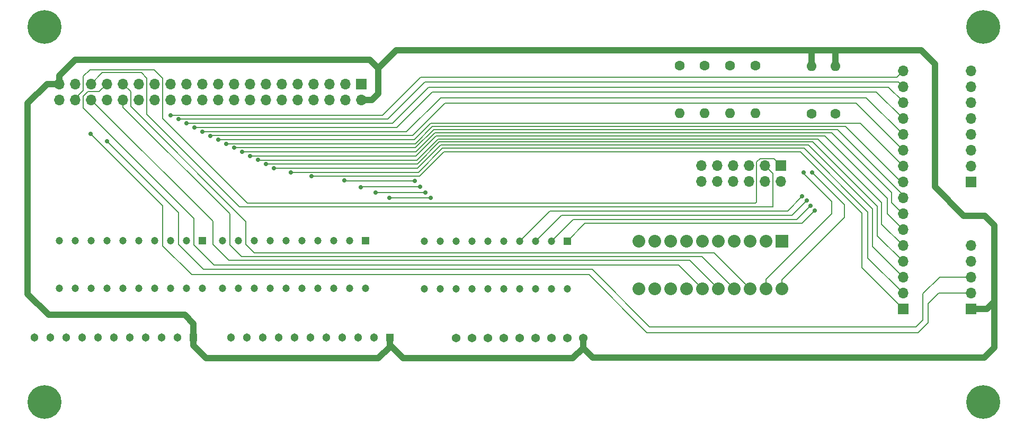
<source format=gbr>
%TF.GenerationSoftware,KiCad,Pcbnew,8.0.6*%
%TF.CreationDate,2024-12-15T17:57:45+01:00*%
%TF.ProjectId,debugboard,64656275-6762-46f6-9172-642e6b696361,rev?*%
%TF.SameCoordinates,Original*%
%TF.FileFunction,Copper,L2,Bot*%
%TF.FilePolarity,Positive*%
%FSLAX46Y46*%
G04 Gerber Fmt 4.6, Leading zero omitted, Abs format (unit mm)*
G04 Created by KiCad (PCBNEW 8.0.6) date 2024-12-15 17:57:45*
%MOMM*%
%LPD*%
G01*
G04 APERTURE LIST*
%TA.AperFunction,ComponentPad*%
%ADD10C,3.100000*%
%TD*%
%TA.AperFunction,ConnectorPad*%
%ADD11C,5.400000*%
%TD*%
%TA.AperFunction,ComponentPad*%
%ADD12R,1.303000X1.303000*%
%TD*%
%TA.AperFunction,ComponentPad*%
%ADD13C,1.303000*%
%TD*%
%TA.AperFunction,ComponentPad*%
%ADD14C,1.365000*%
%TD*%
%TA.AperFunction,ComponentPad*%
%ADD15R,1.700000X1.700000*%
%TD*%
%TA.AperFunction,ComponentPad*%
%ADD16O,1.700000X1.700000*%
%TD*%
%TA.AperFunction,ComponentPad*%
%ADD17R,1.200000X1.200000*%
%TD*%
%TA.AperFunction,ComponentPad*%
%ADD18C,1.200000*%
%TD*%
%TA.AperFunction,ComponentPad*%
%ADD19C,1.600000*%
%TD*%
%TA.AperFunction,ComponentPad*%
%ADD20O,1.600000X1.600000*%
%TD*%
%TA.AperFunction,ComponentPad*%
%ADD21R,2.032000X2.032000*%
%TD*%
%TA.AperFunction,ComponentPad*%
%ADD22C,2.032000*%
%TD*%
%TA.AperFunction,ViaPad*%
%ADD23C,0.700000*%
%TD*%
%TA.AperFunction,Conductor*%
%ADD24C,1.000000*%
%TD*%
%TA.AperFunction,Conductor*%
%ADD25C,0.200000*%
%TD*%
G04 APERTURE END LIST*
D10*
%TO.P,hole1,1*%
%TO.N,N/C*%
X193900000Y-41000000D03*
D11*
X193900000Y-41000000D03*
%TD*%
D10*
%TO.P,hole1,1*%
%TO.N,N/C*%
X43900000Y-41000000D03*
D11*
X43900000Y-41000000D03*
%TD*%
D10*
%TO.P,hole1,1*%
%TO.N,N/C*%
X43900000Y-101000000D03*
D11*
X43900000Y-101000000D03*
%TD*%
D10*
%TO.P,hole1,1*%
%TO.N,N/C*%
X193900000Y-101000000D03*
D11*
X193900000Y-101000000D03*
%TD*%
D12*
%TO.P,RN3,1,1*%
%TO.N,GND*%
X67720000Y-90700000D03*
D13*
%TO.P,RN3,2,2*%
%TO.N,Net-(DS3-CATHODE_A)*%
X65180000Y-90700000D03*
%TO.P,RN3,3,3*%
%TO.N,Net-(DS3-CATHODE_B)*%
X62640000Y-90700000D03*
%TO.P,RN3,4,4*%
%TO.N,Net-(DS3-CATHODE_C)*%
X60100000Y-90700000D03*
%TO.P,RN3,5,5*%
%TO.N,Net-(DS3-CATHODE_D)*%
X57560000Y-90700000D03*
%TO.P,RN3,6,6*%
%TO.N,Net-(DS3-CATHODE_E)*%
X55020000Y-90700000D03*
%TO.P,RN3,7,7*%
%TO.N,Net-(DS3-CATHODE_F)*%
X52480000Y-90700000D03*
%TO.P,RN3,8,8*%
%TO.N,Net-(DS3-CATHODE_G)*%
X49940000Y-90700000D03*
%TO.P,RN3,9,9*%
%TO.N,Net-(DS3-CATHODE_H)*%
X47400000Y-90700000D03*
%TO.P,RN3,10,10*%
%TO.N,Net-(DS3-CATHODE_J)*%
X44860000Y-90700000D03*
%TO.P,RN3,11,11*%
%TO.N,Net-(DS3-CATHODE_K)*%
X42320000Y-90700000D03*
%TD*%
D12*
%TO.P,RN2,1,1*%
%TO.N,GND*%
X99100000Y-90700000D03*
D13*
%TO.P,RN2,2,2*%
%TO.N,Net-(DS2-CATHODE_A)*%
X96560000Y-90700000D03*
%TO.P,RN2,3,3*%
%TO.N,Net-(DS2-CATHODE_B)*%
X94020000Y-90700000D03*
%TO.P,RN2,4,4*%
%TO.N,Net-(DS2-CATHODE_C)*%
X91480000Y-90700000D03*
%TO.P,RN2,5,5*%
%TO.N,Net-(DS2-CATHODE_D)*%
X88940000Y-90700000D03*
%TO.P,RN2,6,6*%
%TO.N,Net-(DS2-CATHODE_E)*%
X86400000Y-90700000D03*
%TO.P,RN2,7,7*%
%TO.N,Net-(DS2-CATHODE_F)*%
X83860000Y-90700000D03*
%TO.P,RN2,8,8*%
%TO.N,Net-(DS2-CATHODE_G)*%
X81320000Y-90700000D03*
%TO.P,RN2,9,9*%
%TO.N,Net-(DS2-CATHODE_H)*%
X78780000Y-90700000D03*
%TO.P,RN2,10,10*%
%TO.N,Net-(DS2-CATHODE_J)*%
X76240000Y-90700000D03*
%TO.P,RN2,11,11*%
%TO.N,Net-(DS2-CATHODE_K)*%
X73700000Y-90700000D03*
%TD*%
D14*
%TO.P,RN1,1,1*%
%TO.N,GND*%
X129980000Y-90800000D03*
%TO.P,RN1,2,2*%
%TO.N,Net-(DS1-CATHODE_A)*%
X127440000Y-90800000D03*
%TO.P,RN1,3,3*%
%TO.N,Net-(DS1-CATHODE_B)*%
X124900000Y-90800000D03*
%TO.P,RN1,4,4*%
%TO.N,Net-(DS1-CATHODE_C)*%
X122360000Y-90800000D03*
%TO.P,RN1,5,5*%
%TO.N,Net-(DS1-CATHODE_D)*%
X119820000Y-90800000D03*
%TO.P,RN1,6,6*%
%TO.N,Net-(DS1-CATHODE_E)*%
X117280000Y-90800000D03*
%TO.P,RN1,7,7*%
%TO.N,Net-(DS1-CATHODE_F)*%
X114740000Y-90800000D03*
%TO.P,RN1,8,8*%
%TO.N,Net-(DS1-CATHODE_G)*%
X112200000Y-90800000D03*
%TO.P,RN1,9,9*%
%TO.N,Net-(DS1-CATHODE_H)*%
X109660000Y-90800000D03*
%TD*%
D15*
%TO.P,J4,1,Pin_1*%
%TO.N,GND*%
X192000000Y-86120000D03*
D16*
%TO.P,J4,2,Pin_2*%
%TO.N,BE*%
X192000000Y-83580000D03*
%TO.P,J4,3,Pin_3*%
%TO.N,RDY*%
X192000000Y-81040000D03*
%TO.P,J4,4,Pin_4*%
%TO.N,SYNC*%
X192000000Y-78500000D03*
%TO.P,J4,5,Pin_5*%
%TO.N,CLK*%
X192000000Y-75960000D03*
%TD*%
D17*
%TO.P,DS3,1,ANODE_A*%
%TO.N,/A10*%
X69130000Y-75190000D03*
D18*
%TO.P,DS3,2,ANODE_B*%
%TO.N,/A11*%
X66590000Y-75190000D03*
%TO.P,DS3,3,ANODE_C*%
%TO.N,/A12*%
X64050000Y-75190000D03*
%TO.P,DS3,4,ANODE_D*%
%TO.N,/A13*%
X61510000Y-75190000D03*
%TO.P,DS3,5,ANODE_E*%
%TO.N,/A14*%
X58970000Y-75190000D03*
%TO.P,DS3,6,ANODE_F*%
%TO.N,/A15*%
X56430000Y-75190000D03*
%TO.P,DS3,7,ANODE_G*%
%TO.N,unconnected-(DS3-ANODE_G-Pad7)*%
X53890000Y-75190000D03*
%TO.P,DS3,8,ANODE_H*%
%TO.N,unconnected-(DS3-ANODE_H-Pad8)*%
X51350000Y-75190000D03*
%TO.P,DS3,9,ANODE_J*%
%TO.N,unconnected-(DS3-ANODE_J-Pad9)*%
X48810000Y-75190000D03*
%TO.P,DS3,10,ANODE_K*%
%TO.N,unconnected-(DS3-ANODE_K-Pad10)*%
X46270000Y-75190000D03*
%TO.P,DS3,11,CATHODE_K*%
%TO.N,Net-(DS3-CATHODE_K)*%
X46270000Y-82810000D03*
%TO.P,DS3,12,CATHODE_J*%
%TO.N,Net-(DS3-CATHODE_J)*%
X48810000Y-82810000D03*
%TO.P,DS3,13,CATHODE_H*%
%TO.N,Net-(DS3-CATHODE_H)*%
X51350000Y-82810000D03*
%TO.P,DS3,14,CATHODE_G*%
%TO.N,Net-(DS3-CATHODE_G)*%
X53890000Y-82810000D03*
%TO.P,DS3,15,CATHODE_F*%
%TO.N,Net-(DS3-CATHODE_F)*%
X56430000Y-82810000D03*
%TO.P,DS3,16,CATHODE_E*%
%TO.N,Net-(DS3-CATHODE_E)*%
X58970000Y-82810000D03*
%TO.P,DS3,17,CATHODE_D*%
%TO.N,Net-(DS3-CATHODE_D)*%
X61510000Y-82810000D03*
%TO.P,DS3,18,CATHODE_C*%
%TO.N,Net-(DS3-CATHODE_C)*%
X64050000Y-82810000D03*
%TO.P,DS3,19,CATHODE_B*%
%TO.N,Net-(DS3-CATHODE_B)*%
X66590000Y-82810000D03*
%TO.P,DS3,20,CATHODE_A*%
%TO.N,Net-(DS3-CATHODE_A)*%
X69130000Y-82810000D03*
%TD*%
D17*
%TO.P,DS2,1,ANODE_A*%
%TO.N,/A0*%
X95180000Y-75200000D03*
D18*
%TO.P,DS2,2,ANODE_B*%
%TO.N,/A1*%
X92640000Y-75200000D03*
%TO.P,DS2,3,ANODE_C*%
%TO.N,/A2*%
X90100000Y-75200000D03*
%TO.P,DS2,4,ANODE_D*%
%TO.N,/A3*%
X87560000Y-75200000D03*
%TO.P,DS2,5,ANODE_E*%
%TO.N,/A4*%
X85020000Y-75200000D03*
%TO.P,DS2,6,ANODE_F*%
%TO.N,/A5*%
X82480000Y-75200000D03*
%TO.P,DS2,7,ANODE_G*%
%TO.N,/A6*%
X79940000Y-75200000D03*
%TO.P,DS2,8,ANODE_H*%
%TO.N,/A7*%
X77400000Y-75200000D03*
%TO.P,DS2,9,ANODE_J*%
%TO.N,/A8*%
X74860000Y-75200000D03*
%TO.P,DS2,10,ANODE_K*%
%TO.N,/A9*%
X72320000Y-75200000D03*
%TO.P,DS2,11,CATHODE_K*%
%TO.N,Net-(DS2-CATHODE_K)*%
X72320000Y-82820000D03*
%TO.P,DS2,12,CATHODE_J*%
%TO.N,Net-(DS2-CATHODE_J)*%
X74860000Y-82820000D03*
%TO.P,DS2,13,CATHODE_H*%
%TO.N,Net-(DS2-CATHODE_H)*%
X77400000Y-82820000D03*
%TO.P,DS2,14,CATHODE_G*%
%TO.N,Net-(DS2-CATHODE_G)*%
X79940000Y-82820000D03*
%TO.P,DS2,15,CATHODE_F*%
%TO.N,Net-(DS2-CATHODE_F)*%
X82480000Y-82820000D03*
%TO.P,DS2,16,CATHODE_E*%
%TO.N,Net-(DS2-CATHODE_E)*%
X85020000Y-82820000D03*
%TO.P,DS2,17,CATHODE_D*%
%TO.N,Net-(DS2-CATHODE_D)*%
X87560000Y-82820000D03*
%TO.P,DS2,18,CATHODE_C*%
%TO.N,Net-(DS2-CATHODE_C)*%
X90100000Y-82820000D03*
%TO.P,DS2,19,CATHODE_B*%
%TO.N,Net-(DS2-CATHODE_B)*%
X92640000Y-82820000D03*
%TO.P,DS2,20,CATHODE_A*%
%TO.N,Net-(DS2-CATHODE_A)*%
X95180000Y-82820000D03*
%TD*%
D17*
%TO.P,DS1,1,ANODE_A*%
%TO.N,/D0*%
X127430000Y-75290000D03*
D18*
%TO.P,DS1,2,ANODE_B*%
%TO.N,/D1*%
X124890000Y-75290000D03*
%TO.P,DS1,3,ANODE_C*%
%TO.N,/D2*%
X122350000Y-75290000D03*
%TO.P,DS1,4,ANODE_D*%
%TO.N,/D3*%
X119810000Y-75290000D03*
%TO.P,DS1,5,ANODE_E*%
%TO.N,/D4*%
X117270000Y-75290000D03*
%TO.P,DS1,6,ANODE_F*%
%TO.N,/D5*%
X114730000Y-75290000D03*
%TO.P,DS1,7,ANODE_G*%
%TO.N,/D6*%
X112190000Y-75290000D03*
%TO.P,DS1,8,ANODE_H*%
%TO.N,/D7*%
X109650000Y-75290000D03*
%TO.P,DS1,9,ANODE_J*%
%TO.N,unconnected-(DS1-ANODE_J-Pad9)*%
X107110000Y-75290000D03*
%TO.P,DS1,10,ANODE_K*%
%TO.N,unconnected-(DS1-ANODE_K-Pad10)*%
X104570000Y-75290000D03*
%TO.P,DS1,11,CATHODE_K*%
%TO.N,unconnected-(DS1-CATHODE_K-Pad11)*%
X104570000Y-82910000D03*
%TO.P,DS1,12,CATHODE_J*%
%TO.N,unconnected-(DS1-CATHODE_J-Pad12)*%
X107110000Y-82910000D03*
%TO.P,DS1,13,CATHODE_H*%
%TO.N,Net-(DS1-CATHODE_H)*%
X109650000Y-82910000D03*
%TO.P,DS1,14,CATHODE_G*%
%TO.N,Net-(DS1-CATHODE_G)*%
X112190000Y-82910000D03*
%TO.P,DS1,15,CATHODE_F*%
%TO.N,Net-(DS1-CATHODE_F)*%
X114730000Y-82910000D03*
%TO.P,DS1,16,CATHODE_E*%
%TO.N,Net-(DS1-CATHODE_E)*%
X117270000Y-82910000D03*
%TO.P,DS1,17,CATHODE_D*%
%TO.N,Net-(DS1-CATHODE_D)*%
X119810000Y-82910000D03*
%TO.P,DS1,18,CATHODE_C*%
%TO.N,Net-(DS1-CATHODE_C)*%
X122350000Y-82910000D03*
%TO.P,DS1,19,CATHODE_B*%
%TO.N,Net-(DS1-CATHODE_B)*%
X124890000Y-82910000D03*
%TO.P,DS1,20,CATHODE_A*%
%TO.N,Net-(DS1-CATHODE_A)*%
X127430000Y-82910000D03*
%TD*%
D16*
%TO.P,J5,12,Pin_12*%
%TO.N,Net-(J5-Pin_12)*%
X148897500Y-65722500D03*
%TO.P,J5,11,Pin_11*%
%TO.N,Net-(J5-Pin_11)*%
X148897500Y-63182500D03*
%TO.P,J5,10,Pin_10*%
%TO.N,Net-(J5-Pin_10)*%
X151437500Y-65722500D03*
%TO.P,J5,9,Pin_9*%
%TO.N,Net-(J5-Pin_9)*%
X151437500Y-63182500D03*
%TO.P,J5,8,Pin_8*%
%TO.N,Net-(J5-Pin_8)*%
X153977500Y-65722500D03*
%TO.P,J5,7,Pin_7*%
%TO.N,Net-(J5-Pin_7)*%
X153977500Y-63182500D03*
%TO.P,J5,6,Pin_6*%
%TO.N,Net-(J5-Pin_6)*%
X156517500Y-65722500D03*
%TO.P,J5,5,Pin_5*%
%TO.N,Net-(J5-Pin_5)*%
X156517500Y-63182500D03*
%TO.P,J5,4,Pin_4*%
%TO.N,Net-(J5-Pin_4)*%
X159057500Y-65722500D03*
%TO.P,J5,3,Pin_3*%
%TO.N,SYNC*%
X159057500Y-63182500D03*
%TO.P,J5,2,Pin_2*%
%TO.N,Net-(J5-Pin_2)*%
X161597500Y-65722500D03*
D15*
%TO.P,J5,1,Pin_1*%
%TO.N,CLK*%
X161597500Y-63182500D03*
%TD*%
D19*
%TO.P,R6,1*%
%TO.N,VDD*%
X145367500Y-47172500D03*
D20*
%TO.P,R6,2*%
%TO.N,Net-(J5-Pin_11)*%
X145367500Y-54792500D03*
%TD*%
D19*
%TO.P,R5,1*%
%TO.N,VDD*%
X149417500Y-47172500D03*
D20*
%TO.P,R5,2*%
%TO.N,Net-(J5-Pin_9)*%
X149417500Y-54792500D03*
%TD*%
D19*
%TO.P,R4,1*%
%TO.N,VDD*%
X153467500Y-47172500D03*
D20*
%TO.P,R4,2*%
%TO.N,Net-(J5-Pin_7)*%
X153467500Y-54792500D03*
%TD*%
D19*
%TO.P,R3,1*%
%TO.N,VDD*%
X157517500Y-47172500D03*
D20*
%TO.P,R3,2*%
%TO.N,Net-(J5-Pin_5)*%
X157517500Y-54792500D03*
%TD*%
%TO.P,R2,2*%
%TO.N,GND*%
X166517500Y-47272500D03*
D19*
%TO.P,R2,1*%
%TO.N,Net-(BAR1-K-Pad19)*%
X166517500Y-54892500D03*
%TD*%
D20*
%TO.P,R1,2*%
%TO.N,GND*%
X170317500Y-47272500D03*
D19*
%TO.P,R1,1*%
%TO.N,Net-(BAR1-K-Pad20)*%
X170317500Y-54892500D03*
%TD*%
D21*
%TO.P,BAR1,1,A*%
%TO.N,Net-(J5-Pin_2)*%
X161740000Y-75280000D03*
D22*
%TO.P,BAR1,2,A*%
%TO.N,Net-(J5-Pin_4)*%
X159200000Y-75280000D03*
%TO.P,BAR1,3,A*%
%TO.N,Net-(J5-Pin_6)*%
X156660000Y-75280000D03*
%TO.P,BAR1,4,A*%
%TO.N,Net-(J5-Pin_8)*%
X154120000Y-75280000D03*
%TO.P,BAR1,5,A*%
%TO.N,Net-(J5-Pin_10)*%
X151580000Y-75280000D03*
%TO.P,BAR1,6,A*%
%TO.N,Net-(J5-Pin_12)*%
X149040000Y-75280000D03*
%TO.P,BAR1,7,A*%
%TO.N,unconnected-(BAR1-A-Pad7)*%
X146500000Y-75280000D03*
%TO.P,BAR1,8,A*%
%TO.N,unconnected-(BAR1-A-Pad8)*%
X143960000Y-75280000D03*
%TO.P,BAR1,9,A*%
%TO.N,unconnected-(BAR1-A-Pad9)*%
X141420000Y-75280000D03*
%TO.P,BAR1,10,A*%
%TO.N,unconnected-(BAR1-A-Pad10)*%
X138880000Y-75280000D03*
%TO.P,BAR1,11,K*%
%TO.N,unconnected-(BAR1-K-Pad11)*%
X138880000Y-82900000D03*
%TO.P,BAR1,12,K*%
%TO.N,unconnected-(BAR1-K-Pad12)*%
X141420000Y-82900000D03*
%TO.P,BAR1,13,K*%
%TO.N,unconnected-(BAR1-K-Pad13)*%
X143960000Y-82900000D03*
%TO.P,BAR1,14,K*%
%TO.N,unconnected-(BAR1-K-Pad14)*%
X146500000Y-82900000D03*
%TO.P,BAR1,15,K*%
%TO.N,RESB*%
X149040000Y-82900000D03*
%TO.P,BAR1,16,K*%
%TO.N,BE*%
X151580000Y-82900000D03*
%TO.P,BAR1,17,K*%
%TO.N,~{NMI}*%
X154120000Y-82900000D03*
%TO.P,BAR1,18,K*%
%TO.N,~{IRQ}*%
X156660000Y-82900000D03*
%TO.P,BAR1,19,K*%
%TO.N,Net-(BAR1-K-Pad19)*%
X159200000Y-82900000D03*
%TO.P,BAR1,20,K*%
%TO.N,Net-(BAR1-K-Pad20)*%
X161740000Y-82900000D03*
%TD*%
D16*
%TO.P,J3,8,Pin_8*%
%TO.N,/D7*%
X192000000Y-48040000D03*
%TO.P,J3,7,Pin_7*%
%TO.N,/D6*%
X192000000Y-50580000D03*
%TO.P,J3,6,Pin_6*%
%TO.N,/D5*%
X192000000Y-53120000D03*
%TO.P,J3,5,Pin_5*%
%TO.N,/D4*%
X192000000Y-55660000D03*
%TO.P,J3,4,Pin_4*%
%TO.N,/D3*%
X192000000Y-58200000D03*
%TO.P,J3,3,Pin_3*%
%TO.N,/D2*%
X192000000Y-60740000D03*
%TO.P,J3,2,Pin_2*%
%TO.N,/D1*%
X192000000Y-63280000D03*
D15*
%TO.P,J3,1,Pin_1*%
%TO.N,/D0*%
X192000000Y-65820000D03*
%TD*%
%TO.P,J2,1,Pin_1*%
%TO.N,/A0*%
X181100000Y-86120000D03*
D16*
%TO.P,J2,2,Pin_2*%
%TO.N,/A1*%
X181100000Y-83580000D03*
%TO.P,J2,3,Pin_3*%
%TO.N,/A2*%
X181100000Y-81040000D03*
%TO.P,J2,4,Pin_4*%
%TO.N,/A3*%
X181100000Y-78500000D03*
%TO.P,J2,5,Pin_5*%
%TO.N,/A4*%
X181100000Y-75960000D03*
%TO.P,J2,6,Pin_6*%
%TO.N,/A5*%
X181100000Y-73420000D03*
%TO.P,J2,7,Pin_7*%
%TO.N,/A6*%
X181100000Y-70880000D03*
%TO.P,J2,8,Pin_8*%
%TO.N,/A7*%
X181100000Y-68340000D03*
%TO.P,J2,9,Pin_9*%
%TO.N,/A8*%
X181100000Y-65800000D03*
%TO.P,J2,10,Pin_10*%
%TO.N,/A9*%
X181100000Y-63260000D03*
%TO.P,J2,11,Pin_11*%
%TO.N,/A10*%
X181100000Y-60720000D03*
%TO.P,J2,12,Pin_12*%
%TO.N,/A11*%
X181100000Y-58180000D03*
%TO.P,J2,13,Pin_13*%
%TO.N,/A12*%
X181100000Y-55640000D03*
%TO.P,J2,14,Pin_14*%
%TO.N,/A13*%
X181100000Y-53100000D03*
%TO.P,J2,15,Pin_15*%
%TO.N,/A14*%
X181100000Y-50560000D03*
%TO.P,J2,16,Pin_16*%
%TO.N,/A15*%
X181100000Y-48020000D03*
%TD*%
D15*
%TO.P,J1,1,Pin_1*%
%TO.N,VDD*%
X94540000Y-50100000D03*
D16*
%TO.P,J1,2,Pin_2*%
%TO.N,GND*%
X94540000Y-52640000D03*
%TO.P,J1,3,Pin_3*%
%TO.N,/D0*%
X92000000Y-50100000D03*
%TO.P,J1,4,Pin_4*%
%TO.N,/D1*%
X92000000Y-52640000D03*
%TO.P,J1,5,Pin_5*%
%TO.N,/D2*%
X89460000Y-50100000D03*
%TO.P,J1,6,Pin_6*%
%TO.N,/D3*%
X89460000Y-52640000D03*
%TO.P,J1,7,Pin_7*%
%TO.N,/D4*%
X86920000Y-50100000D03*
%TO.P,J1,8,Pin_8*%
%TO.N,/D5*%
X86920000Y-52640000D03*
%TO.P,J1,9,Pin_9*%
%TO.N,/D6*%
X84380000Y-50100000D03*
%TO.P,J1,10,Pin_10*%
%TO.N,/D7*%
X84380000Y-52640000D03*
%TO.P,J1,11,Pin_11*%
%TO.N,/A0*%
X81840000Y-50100000D03*
%TO.P,J1,12,Pin_12*%
%TO.N,/A1*%
X81840000Y-52640000D03*
%TO.P,J1,13,Pin_13*%
%TO.N,/A2*%
X79300000Y-50100000D03*
%TO.P,J1,14,Pin_14*%
%TO.N,/A3*%
X79300000Y-52640000D03*
%TO.P,J1,15,Pin_15*%
%TO.N,/A4*%
X76760000Y-50100000D03*
%TO.P,J1,16,Pin_16*%
%TO.N,/A5*%
X76760000Y-52640000D03*
%TO.P,J1,17,Pin_17*%
%TO.N,/A6*%
X74220000Y-50100000D03*
%TO.P,J1,18,Pin_18*%
%TO.N,/A7*%
X74220000Y-52640000D03*
%TO.P,J1,19,Pin_19*%
%TO.N,/A8*%
X71680000Y-50100000D03*
%TO.P,J1,20,Pin_20*%
%TO.N,/A9*%
X71680000Y-52640000D03*
%TO.P,J1,21,Pin_21*%
%TO.N,/A10*%
X69140000Y-50100000D03*
%TO.P,J1,22,Pin_22*%
%TO.N,/A11*%
X69140000Y-52640000D03*
%TO.P,J1,23,Pin_23*%
%TO.N,/A12*%
X66600000Y-50100000D03*
%TO.P,J1,24,Pin_24*%
%TO.N,/A13*%
X66600000Y-52640000D03*
%TO.P,J1,25,Pin_25*%
%TO.N,/A14*%
X64060000Y-50100000D03*
%TO.P,J1,26,Pin_26*%
%TO.N,/A15*%
X64060000Y-52640000D03*
%TO.P,J1,27,Pin_27*%
%TO.N,CSIO1*%
X61520000Y-50100000D03*
%TO.P,J1,28,Pin_28*%
%TO.N,CSIO2*%
X61520000Y-52640000D03*
%TO.P,J1,29,Pin_29*%
%TO.N,CSIO3*%
X58980000Y-50100000D03*
%TO.P,J1,30,Pin_30*%
%TO.N,CSIO4*%
X58980000Y-52640000D03*
%TO.P,J1,31,Pin_31*%
%TO.N,~{IRQ}*%
X56440000Y-50100000D03*
%TO.P,J1,32,Pin_32*%
%TO.N,~{NMI}*%
X56440000Y-52640000D03*
%TO.P,J1,33,Pin_33*%
%TO.N,RESB*%
X53900000Y-50100000D03*
%TO.P,J1,34,Pin_34*%
%TO.N,RDY*%
X53900000Y-52640000D03*
%TO.P,J1,35,Pin_35*%
%TO.N,SYNC*%
X51360000Y-50100000D03*
%TO.P,J1,36,Pin_36*%
%TO.N,BE*%
X51360000Y-52640000D03*
%TO.P,J1,37,Pin_37*%
%TO.N,CSIO5*%
X48820000Y-50100000D03*
%TO.P,J1,38,Pin_38*%
%TO.N,CLK*%
X48820000Y-52640000D03*
%TO.P,J1,39,Pin_39*%
%TO.N,GND*%
X46280000Y-50100000D03*
%TO.P,J1,40,Pin_40*%
%TO.N,VDD*%
X46280000Y-52640000D03*
%TD*%
D23*
%TO.N,BE*%
X51300000Y-58100000D03*
%TO.N,RDY*%
X53900000Y-59300000D03*
%TO.N,Net-(BAR1-K-Pad19)*%
X165200000Y-64300000D03*
%TO.N,Net-(BAR1-K-Pad20)*%
X166600000Y-64300000D03*
%TO.N,/D0*%
X167000000Y-70400000D03*
%TO.N,/D1*%
X166300000Y-69600000D03*
%TO.N,/D2*%
X165700000Y-68800000D03*
%TO.N,/D3*%
X165000000Y-68100000D03*
%TO.N,/D4*%
X99000000Y-68300000D03*
X105600000Y-68300000D03*
%TO.N,/D5*%
X96800000Y-67500000D03*
X104800000Y-67500000D03*
%TO.N,/D6*%
X94450000Y-66650000D03*
X103900000Y-66600000D03*
%TO.N,/D7*%
X91850000Y-65550000D03*
X103100000Y-65600000D03*
%TO.N,/A0*%
X86570000Y-64890000D03*
%TO.N,/A1*%
X83260000Y-64240000D03*
%TO.N,/A2*%
X80570000Y-63590000D03*
%TO.N,/A3*%
X79300000Y-62940000D03*
%TO.N,/A4*%
X78040000Y-62280000D03*
%TO.N,/A5*%
X76760000Y-61630000D03*
%TO.N,/A6*%
X75500000Y-60980000D03*
%TO.N,/A7*%
X74220000Y-60330000D03*
%TO.N,/A8*%
X72920000Y-59680000D03*
%TO.N,/A9*%
X71700000Y-59030000D03*
%TO.N,/A10*%
X70430000Y-58390000D03*
%TO.N,/A11*%
X69140000Y-57720000D03*
%TO.N,/A12*%
X67880000Y-57050000D03*
%TO.N,/A15*%
X64060000Y-55100000D03*
%TO.N,/A13*%
X66600000Y-56380000D03*
%TO.N,/A14*%
X65310000Y-55750000D03*
%TD*%
D24*
%TO.N,GND*%
X195700000Y-92300000D02*
X195700000Y-84900000D01*
X131500000Y-93900000D02*
X194100000Y-93900000D01*
X129980000Y-92360000D02*
X129980000Y-92380000D01*
X129980000Y-92380000D02*
X131500000Y-93900000D01*
X194100000Y-93900000D02*
X195700000Y-92300000D01*
D25*
%TO.N,BE*%
X186820000Y-83580000D02*
X192000000Y-83580000D01*
X185100000Y-85300000D02*
X186820000Y-83580000D01*
X183500000Y-89900000D02*
X185100000Y-88300000D01*
X140200000Y-89900000D02*
X183500000Y-89900000D01*
X185100000Y-88300000D02*
X185100000Y-85300000D01*
X130900000Y-80600000D02*
X140200000Y-89900000D01*
X67400000Y-80600000D02*
X130900000Y-80600000D01*
X62800000Y-69600000D02*
X62800000Y-76000000D01*
X62800000Y-76000000D02*
X67400000Y-80600000D01*
X51300000Y-58100000D02*
X62800000Y-69600000D01*
%TO.N,RDY*%
X184300000Y-87900000D02*
X184300000Y-83700000D01*
X140600000Y-89000000D02*
X183200000Y-89000000D01*
X184300000Y-83700000D02*
X186960000Y-81040000D01*
X131400000Y-79800000D02*
X140600000Y-89000000D01*
X65300000Y-75800000D02*
X69300000Y-79800000D01*
X65300000Y-70700000D02*
X65300000Y-75800000D01*
X183200000Y-89000000D02*
X184300000Y-87900000D01*
X186960000Y-81040000D02*
X192000000Y-81040000D01*
X53900000Y-59300000D02*
X65300000Y-70700000D01*
X69300000Y-79800000D02*
X131400000Y-79800000D01*
%TO.N,~{IRQ}*%
X57680000Y-51340000D02*
X56440000Y-50100000D01*
X57680000Y-53710000D02*
X57680000Y-51340000D01*
X77460000Y-77160000D02*
X76100000Y-75800000D01*
X76100000Y-75800000D02*
X76100000Y-72130000D01*
X150920000Y-77160000D02*
X77460000Y-77160000D01*
X76100000Y-72130000D02*
X57680000Y-53710000D01*
X156660000Y-82900000D02*
X150920000Y-77160000D01*
%TO.N,~{NMI}*%
X56440000Y-53842081D02*
X56440000Y-52640000D01*
X73500000Y-75852793D02*
X73500000Y-70902081D01*
X75407207Y-77760000D02*
X73500000Y-75852793D01*
X148980000Y-77760000D02*
X75407207Y-77760000D01*
X73500000Y-70902081D02*
X56440000Y-53842081D01*
X154120000Y-82900000D02*
X148980000Y-77760000D01*
%TO.N,BE*%
X70780000Y-75780000D02*
X70780000Y-72060000D01*
X70780000Y-72060000D02*
X51360000Y-52640000D01*
X73360000Y-78360000D02*
X70780000Y-75780000D01*
X147040000Y-78360000D02*
X73360000Y-78360000D01*
X151580000Y-82900000D02*
X147040000Y-78360000D01*
%TO.N,RESB*%
X52650000Y-51350000D02*
X53900000Y-50100000D01*
X50110000Y-52080000D02*
X50840000Y-51350000D01*
X50110000Y-53920000D02*
X50110000Y-52080000D01*
X50840000Y-51350000D02*
X52650000Y-51350000D01*
X67800000Y-71610000D02*
X50110000Y-53920000D01*
X71027207Y-79100000D02*
X67800000Y-75872793D01*
X145240000Y-79100000D02*
X71027207Y-79100000D01*
X67800000Y-75872793D02*
X67800000Y-71610000D01*
X149040000Y-82900000D02*
X145240000Y-79100000D01*
D24*
%TO.N,GND*%
X194480000Y-86120000D02*
X192000000Y-86120000D01*
X195700000Y-84900000D02*
X194480000Y-86120000D01*
X195700000Y-72700000D02*
X195700000Y-84900000D01*
X194200000Y-71200000D02*
X195700000Y-72700000D01*
X186200000Y-66600000D02*
X190800000Y-71200000D01*
X184000000Y-44700000D02*
X186200000Y-46900000D01*
X186200000Y-46900000D02*
X186200000Y-66600000D01*
X169400000Y-44700000D02*
X184000000Y-44700000D01*
X190800000Y-71200000D02*
X194200000Y-71200000D01*
D25*
%TO.N,Net-(BAR1-K-Pad19)*%
X169700000Y-68900000D02*
X165200000Y-64400000D01*
X159200000Y-81400000D02*
X169700000Y-70900000D01*
X169700000Y-70900000D02*
X169700000Y-68900000D01*
X165200000Y-64400000D02*
X165200000Y-64300000D01*
X159200000Y-82900000D02*
X159200000Y-81400000D01*
%TO.N,Net-(BAR1-K-Pad20)*%
X171700000Y-71500000D02*
X161740000Y-81460000D01*
X171700000Y-69400000D02*
X171700000Y-71500000D01*
X166600000Y-64300000D02*
X171700000Y-69400000D01*
X161740000Y-81460000D02*
X161740000Y-82900000D01*
D24*
%TO.N,GND*%
X170000000Y-44700000D02*
X169400000Y-44700000D01*
X169400000Y-44700000D02*
X166500000Y-44700000D01*
X166517500Y-44717500D02*
X166500000Y-44700000D01*
X166517500Y-47272500D02*
X166517500Y-44717500D01*
X166500000Y-44700000D02*
X100120000Y-44700000D01*
X100120000Y-44700000D02*
X97200000Y-47620000D01*
X170317500Y-45017500D02*
X170000000Y-44700000D01*
X170317500Y-47272500D02*
X170317500Y-45017500D01*
D25*
%TO.N,/D4*%
X99000000Y-68300000D02*
X105600000Y-68300000D01*
%TO.N,/D5*%
X96800000Y-67500000D02*
X104800000Y-67500000D01*
%TO.N,/D6*%
X94500000Y-66600000D02*
X103900000Y-66600000D01*
X94450000Y-66650000D02*
X94500000Y-66600000D01*
%TO.N,/D7*%
X91900000Y-65600000D02*
X103100000Y-65600000D01*
X91850000Y-65550000D02*
X91900000Y-65600000D01*
%TO.N,/A0*%
X174500000Y-70800000D02*
X174500000Y-79520000D01*
X107700000Y-61000000D02*
X164700000Y-61000000D01*
X103810000Y-64890000D02*
X107700000Y-61000000D01*
X174500000Y-79520000D02*
X181100000Y-86120000D01*
X86570000Y-64890000D02*
X103810000Y-64890000D01*
X164700000Y-61000000D02*
X174500000Y-70800000D01*
%TO.N,/A1*%
X175500000Y-77980000D02*
X181100000Y-83580000D01*
X175500000Y-70600000D02*
X175500000Y-77980000D01*
X107500000Y-60400000D02*
X165300000Y-60400000D01*
X83260000Y-64240000D02*
X103660000Y-64240000D01*
X103660000Y-64240000D02*
X107500000Y-60400000D01*
X165300000Y-60400000D02*
X175500000Y-70600000D01*
%TO.N,/A2*%
X176200000Y-76140000D02*
X181100000Y-81040000D01*
X176200000Y-70100000D02*
X176200000Y-76140000D01*
X107200000Y-59900000D02*
X166000000Y-59900000D01*
X103510000Y-63590000D02*
X107200000Y-59900000D01*
X80570000Y-63590000D02*
X103510000Y-63590000D01*
X166000000Y-59900000D02*
X176200000Y-70100000D01*
%TO.N,/A3*%
X177000000Y-74400000D02*
X181100000Y-78500000D01*
X166700000Y-59400000D02*
X177000000Y-69700000D01*
X107000000Y-59400000D02*
X166700000Y-59400000D01*
X103460000Y-62940000D02*
X107000000Y-59400000D01*
X79300000Y-62940000D02*
X103460000Y-62940000D01*
X177000000Y-69700000D02*
X177000000Y-74400000D01*
%TO.N,/A4*%
X177700000Y-72560000D02*
X181100000Y-75960000D01*
X177700000Y-69100000D02*
X177700000Y-72560000D01*
X167500000Y-58900000D02*
X177700000Y-69100000D01*
X103410000Y-62290000D02*
X106800000Y-58900000D01*
X78050000Y-62290000D02*
X103410000Y-62290000D01*
X106800000Y-58900000D02*
X167500000Y-58900000D01*
X78040000Y-62280000D02*
X78050000Y-62290000D01*
%TO.N,/A5*%
X181100000Y-73400000D02*
X181100000Y-73420000D01*
X178600000Y-68400000D02*
X178600000Y-70900000D01*
X168600000Y-58400000D02*
X178600000Y-68400000D01*
X106500000Y-58400000D02*
X168600000Y-58400000D01*
X76760000Y-61630000D02*
X103270000Y-61630000D01*
X103270000Y-61630000D02*
X106500000Y-58400000D01*
X178600000Y-70900000D02*
X181100000Y-73400000D01*
%TO.N,/A6*%
X181080000Y-70880000D02*
X181100000Y-70880000D01*
X179300000Y-69100000D02*
X181080000Y-70880000D01*
X179300000Y-67500000D02*
X179300000Y-69100000D01*
X106300000Y-57900000D02*
X169700000Y-57900000D01*
X103220000Y-60980000D02*
X106300000Y-57900000D01*
X169700000Y-57900000D02*
X179300000Y-67500000D01*
X75500000Y-60980000D02*
X103220000Y-60980000D01*
%TO.N,/A7*%
X181100000Y-67900000D02*
X181100000Y-68340000D01*
X170600000Y-57400000D02*
X181100000Y-67900000D01*
X103170000Y-60330000D02*
X106100000Y-57400000D01*
X106100000Y-57400000D02*
X170600000Y-57400000D01*
X74220000Y-60330000D02*
X103170000Y-60330000D01*
%TO.N,/A8*%
X180800000Y-65800000D02*
X181100000Y-65800000D01*
X105900000Y-56900000D02*
X171900000Y-56900000D01*
X171900000Y-56900000D02*
X180800000Y-65800000D01*
X103120000Y-59680000D02*
X105900000Y-56900000D01*
X72920000Y-59680000D02*
X103120000Y-59680000D01*
%TO.N,/A9*%
X105600000Y-56400000D02*
X174240000Y-56400000D01*
X174240000Y-56400000D02*
X181100000Y-63260000D01*
X102970000Y-59030000D02*
X105600000Y-56400000D01*
X71700000Y-59030000D02*
X102970000Y-59030000D01*
%TO.N,/A10*%
X107900000Y-53200000D02*
X173580000Y-53200000D01*
X173580000Y-53200000D02*
X181100000Y-60720000D01*
X70430000Y-58390000D02*
X70440000Y-58380000D01*
X70440000Y-58380000D02*
X102720000Y-58380000D01*
X102720000Y-58380000D02*
X107900000Y-53200000D01*
%TO.N,/A11*%
X101760000Y-57740000D02*
X107200000Y-52300000D01*
X107200000Y-52300000D02*
X175220000Y-52300000D01*
X175220000Y-52300000D02*
X181100000Y-58180000D01*
X69140000Y-57720000D02*
X69160000Y-57740000D01*
X69160000Y-57740000D02*
X101760000Y-57740000D01*
%TO.N,/A12*%
X105900000Y-51400000D02*
X176860000Y-51400000D01*
X176860000Y-51400000D02*
X181100000Y-55640000D01*
X67900000Y-57070000D02*
X100230000Y-57070000D01*
X67880000Y-57050000D02*
X67900000Y-57070000D01*
X100230000Y-57070000D02*
X105900000Y-51400000D01*
%TO.N,/A13*%
X178805685Y-50600000D02*
X181100000Y-52894315D01*
X105300000Y-50600000D02*
X178805685Y-50600000D01*
X66620000Y-56400000D02*
X99500000Y-56400000D01*
X99500000Y-56400000D02*
X105300000Y-50600000D01*
X181100000Y-52894315D02*
X181100000Y-53100000D01*
X66600000Y-56380000D02*
X66620000Y-56400000D01*
%TO.N,/A14*%
X180340000Y-49800000D02*
X181100000Y-50560000D01*
X104700000Y-49800000D02*
X180340000Y-49800000D01*
X98770000Y-55730000D02*
X104700000Y-49800000D01*
X65330000Y-55730000D02*
X98770000Y-55730000D01*
X65310000Y-55750000D02*
X65330000Y-55730000D01*
%TO.N,/A15*%
X104000000Y-49000000D02*
X180120000Y-49000000D01*
X180120000Y-49000000D02*
X181100000Y-48020000D01*
X64060000Y-55100000D02*
X97900000Y-55100000D01*
X97900000Y-55100000D02*
X104000000Y-49000000D01*
D24*
%TO.N,GND*%
X96250000Y-52640000D02*
X94540000Y-52640000D01*
X97200000Y-47620000D02*
X97200000Y-51690000D01*
X97200000Y-51690000D02*
X96250000Y-52640000D01*
X46280000Y-48760000D02*
X48770000Y-46270000D01*
X48770000Y-46270000D02*
X95850000Y-46270000D01*
X46280000Y-50100000D02*
X46280000Y-48760000D01*
X95850000Y-46270000D02*
X97200000Y-47620000D01*
X99100000Y-92170000D02*
X99100000Y-90700000D01*
X97260000Y-94010000D02*
X99100000Y-92170000D01*
X69740000Y-94010000D02*
X97260000Y-94010000D01*
X67720000Y-91990000D02*
X69740000Y-94010000D01*
X67720000Y-90700000D02*
X67720000Y-91990000D01*
X129980000Y-92360000D02*
X129980000Y-90800000D01*
X128330000Y-94010000D02*
X129980000Y-92360000D01*
X99100000Y-91900000D02*
X101210000Y-94010000D01*
X101210000Y-94010000D02*
X128330000Y-94010000D01*
X99100000Y-90700000D02*
X99100000Y-91900000D01*
X41180000Y-83720000D02*
X41180000Y-53200000D01*
X44540000Y-87080000D02*
X41180000Y-83720000D01*
X66330000Y-87080000D02*
X44540000Y-87080000D01*
X67720000Y-88470000D02*
X66330000Y-87080000D01*
X41180000Y-53200000D02*
X44280000Y-50100000D01*
X67720000Y-90700000D02*
X67720000Y-88470000D01*
X44280000Y-50100000D02*
X46280000Y-50100000D01*
D25*
%TO.N,SYNC*%
X53150000Y-48310000D02*
X51360000Y-50100000D01*
X60250000Y-54950000D02*
X60250000Y-49160000D01*
X60250000Y-49160000D02*
X59400000Y-48310000D01*
X75090000Y-69790000D02*
X60250000Y-54950000D01*
X159057500Y-63182500D02*
X160300000Y-64425000D01*
X160300000Y-64425000D02*
X160300000Y-69790000D01*
X59400000Y-48310000D02*
X53150000Y-48310000D01*
%TO.N,CLK*%
X48820000Y-52410000D02*
X48820000Y-52640000D01*
X50080000Y-51150000D02*
X48820000Y-52410000D01*
X50080000Y-48900000D02*
X50080000Y-51150000D01*
X51140000Y-47840000D02*
X50080000Y-48900000D01*
X61410000Y-47840000D02*
X51140000Y-47840000D01*
X62750000Y-49180000D02*
X61410000Y-47840000D01*
X62750000Y-55638529D02*
X62750000Y-49180000D01*
X157489265Y-69220735D02*
X76332206Y-69220735D01*
X157690000Y-62590000D02*
X157690000Y-69020000D01*
X76332206Y-69220735D02*
X62750000Y-55638529D01*
X158247500Y-62032500D02*
X157690000Y-62590000D01*
X160447500Y-62032500D02*
X158247500Y-62032500D01*
X161597500Y-63182500D02*
X160447500Y-62032500D01*
X157690000Y-69020000D02*
X157489265Y-69220735D01*
%TO.N,/D3*%
X162640000Y-70460000D02*
X124640000Y-70460000D01*
X165000000Y-68100000D02*
X162640000Y-70460000D01*
X124640000Y-70460000D02*
X119810000Y-75290000D01*
%TO.N,/D2*%
X163370000Y-71130000D02*
X126510000Y-71130000D01*
X165700000Y-68800000D02*
X163370000Y-71130000D01*
X126510000Y-71130000D02*
X122350000Y-75290000D01*
%TO.N,/D1*%
X128380000Y-71800000D02*
X124890000Y-75290000D01*
X164100000Y-71800000D02*
X128380000Y-71800000D01*
X166300000Y-69600000D02*
X164100000Y-71800000D01*
%TO.N,/D0*%
X164960000Y-72440000D02*
X130280000Y-72440000D01*
X130280000Y-72440000D02*
X127430000Y-75290000D01*
X167000000Y-70400000D02*
X164960000Y-72440000D01*
%TO.N,SYNC*%
X160300000Y-69790000D02*
X75090000Y-69790000D01*
%TD*%
M02*

</source>
